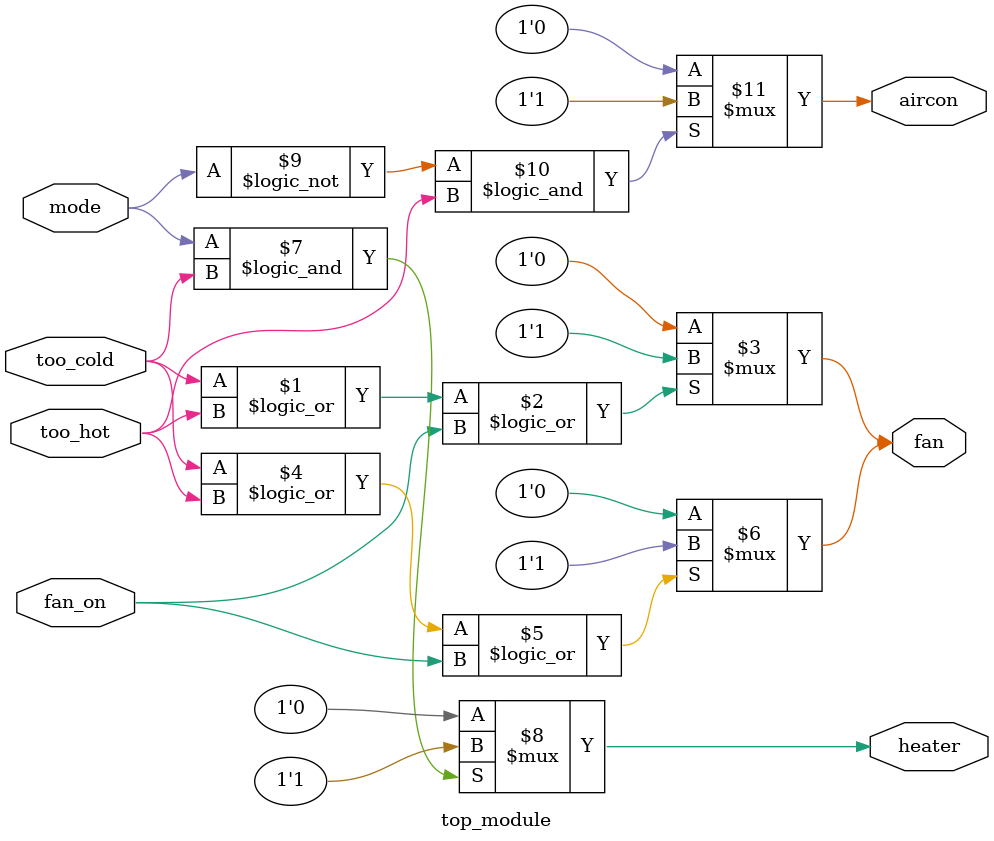
<source format=sv>
module top_module(
	input mode,
	input too_cold, 
	input too_hot,
	input fan_on,
	output heater,
	output aircon,
	output fan
);
	// Define internal signals
	reg fan;
	assign fan = (too_cold || too_hot || fan_on) ? 1'b1 : 1'b0;

	// Define outputs
	assign fan = (too_cold || too_hot || fan_on) ? 1'b1 : 1'b0;
	assign heater = (mode && too_cold) ? 1'b1 : 1'b0;
	assign aircon = (!mode && too_hot) ? 1'b1 : 1'b0;

endmodule

</source>
